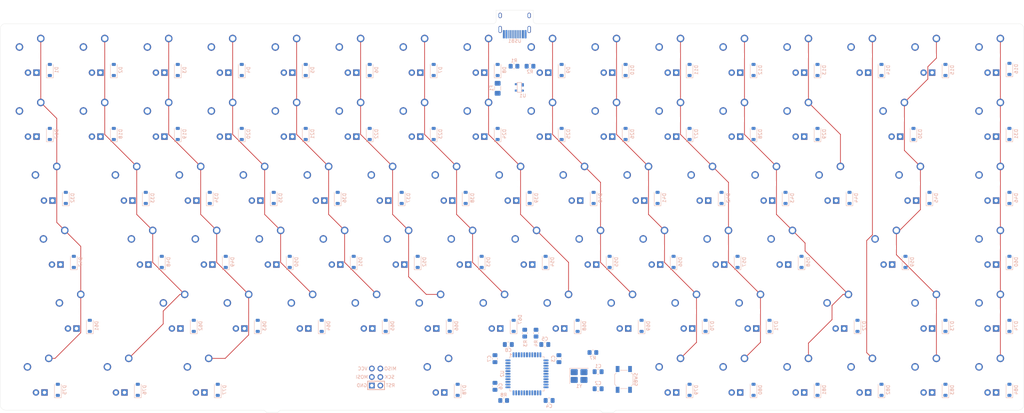
<source format=kicad_pcb>
(kicad_pcb (version 20241229) (generator "pcbnew") (generator_version "9.0")
  (layers (0 "F.Cu" signal) (2 "B.Cu" signal) (13 "F.Paste" user) (15 "B.Paste" user) (5 "F.SilkS" user "F.Silkscreen") (7 "B.SilkS" user "B.Silkscreen") (1 "F.Mask" user) (3 "B.Mask" user) (25 "Edge.Cuts" user))
  (net 0 "")
  (net 1 "/XTAL1")
  (net 2 "GND")
  (net 3 "/XTAL2")
  (net 4 "+5V")
  (net 5 "Net-(U2-UCAP)")
  (net 6 "Net-(D1-A)")
  (net 7 "row0")
  (net 8 "Net-(D2-A)")
  (net 9 "Net-(D3-A)")
  (net 10 "Net-(D4-A)")
  (net 11 "Net-(D5-A)")
  (net 12 "Net-(D6-A)")
  (net 13 "Net-(D7-A)")
  (net 14 "Net-(D8-A)")
  (net 15 "Net-(D9-A)")
  (net 16 "Net-(D10-A)")
  (net 17 "Net-(D11-A)")
  (net 18 "Net-(D12-A)")
  (net 19 "Net-(D13-A)")
  (net 20 "Net-(D14-A)")
  (net 21 "Net-(D15-A)")
  (net 22 "Net-(D16-A)")
  (net 23 "Net-(D17-A)")
  (net 24 "row1")
  (net 25 "Net-(D18-A)")
  (net 26 "Net-(D19-A)")
  (net 27 "Net-(D20-A)")
  (net 28 "Net-(D21-A)")
  (net 29 "Net-(D22-A)")
  (net 30 "Net-(D23-A)")
  (net 31 "Net-(D24-A)")
  (net 32 "Net-(D25-A)")
  (net 33 "Net-(D26-A)")
  (net 34 "Net-(D27-A)")
  (net 35 "Net-(D28-A)")
  (net 36 "Net-(D29-A)")
  (net 37 "Net-(D30-A)")
  (net 38 "Net-(D31-A)")
  (net 39 "Net-(D32-A)")
  (net 40 "row2")
  (net 41 "Net-(D33-A)")
  (net 42 "Net-(D34-A)")
  (net 43 "Net-(D35-A)")
  (net 44 "Net-(D36-A)")
  (net 45 "Net-(D37-A)")
  (net 46 "Net-(D38-A)")
  (net 47 "Net-(D39-A)")
  (net 48 "Net-(D40-A)")
  (net 49 "Net-(D41-A)")
  (net 50 "Net-(D42-A)")
  (net 51 "Net-(D43-A)")
  (net 52 "Net-(D44-A)")
  (net 53 "Net-(D45-A)")
  (net 54 "Net-(D46-A)")
  (net 55 "row3")
  (net 56 "Net-(D47-A)")
  (net 57 "Net-(D48-A)")
  (net 58 "Net-(D49-A)")
  (net 59 "Net-(D50-A)")
  (net 60 "Net-(D51-A)")
  (net 61 "Net-(D52-A)")
  (net 62 "Net-(D53-A)")
  (net 63 "Net-(D54-A)")
  (net 64 "Net-(D55-A)")
  (net 65 "Net-(D56-A)")
  (net 66 "Net-(D57-A)")
  (net 67 "Net-(D58-A)")
  (net 68 "Net-(D59-A)")
  (net 69 "Net-(D60-A)")
  (net 70 "row4")
  (net 71 "Net-(D61-A)")
  (net 72 "Net-(D62-A)")
  (net 73 "Net-(D63-A)")
  (net 74 "Net-(D64-A)")
  (net 75 "Net-(D65-A)")
  (net 76 "Net-(D66-A)")
  (net 77 "Net-(D67-A)")
  (net 78 "Net-(D68-A)")
  (net 79 "Net-(D69-A)")
  (net 80 "Net-(D70-A)")
  (net 81 "Net-(D71-A)")
  (net 82 "Net-(D72-A)")
  (net 83 "Net-(D73-A)")
  (net 84 "Net-(D74-A)")
  (net 85 "Net-(D75-A)")
  (net 86 "row5")
  (net 87 "Net-(D76-A)")
  (net 88 "Net-(D77-A)")
  (net 89 "Net-(D78-A)")
  (net 90 "Net-(D79-A)")
  (net 91 "Net-(D80-A)")
  (net 92 "Net-(D81-A)")
  (net 93 "Net-(D82-A)")
  (net 94 "Net-(D83-A)")
  (net 95 "Net-(D84-A)")
  (net 96 "VCC")
  (net 97 "/MISO")
  (net 98 "/MOSI")
  (net 99 "/SCK")
  (net 100 "/RESET")
  (net 101 "Net-(USB1-CC2)")
  (net 102 "Net-(USB1-CC1)")
  (net 103 "Net-(U2-D-)")
  (net 104 "/D-")
  (net 105 "/D+")
  (net 106 "Net-(U2-D+)")
  (net 107 "Net-(U2-~{HWB}{slash}PE2)")
  (net 108 "col0")
  (net 109 "col1")
  (net 110 "col2")
  (net 111 "col3")
  (net 112 "col4")
  (net 113 "col5")
  (net 114 "col6")
  (net 115 "col7")
  (net 116 "col8")
  (net 117 "col9")
  (net 118 "col10")
  (net 119 "col11")
  (net 120 "col12")
  (net 121 "col13")
  (net 122 "col14")
  (net 123 "col15")
  (footprint "MX_Only:MXOnly-1.25U" (layer "F.Cu") (at 130.81 200.18375)
    (property "Reference" "SW76")
    (property "Value" "win")
  )
  (footprint "MX_Only:MXOnly-1U" (layer "F.Cu") (at 276.06625 104.93375)
    (property "Reference" "SW10")
    (property "Value" "f9")
  )
  (footprint "MX_Only:MXOnly-1U" (layer "F.Cu") (at 204.62875 181.13375)
    (property "Reference" "SW65")
    (property "Value" "v")
  )
  (footprint "MX_Only:MXOnly-1U" (layer "F.Cu") (at 352.26625 200.18375)
    (property "Reference" "SW82")
    (property "Value" "left arrow")
  )
  (footprint "MX_Only:MXOnly-1U" (layer "F.Cu") (at 171.29125 143.03375)
    (property "Reference" "SW35")
    (property "Value" "e")
  )
  (footprint "MX_Only:MXOnly-1.25U" (layer "F.Cu") (at 154.6225 200.18375)
    (property "Reference" "SW77")
    (property "Value" "alt")
  )
  (footprint "MX_Only:MXOnly-1U" (layer "F.Cu") (at 199.86625 104.93375)
    (property "Reference" "SW6")
    (property "Value" "f5")
  )
  (footprint "MX_Only:MXOnly-1U" (layer "F.Cu") (at 237.96625 123.98375)
    (property "Reference" "SW24")
    (property "Value" "7")
  )
  (footprint "MX_Only:MXOnly-1.5U" (layer "F.Cu") (at 109.37875 143.03375)
    (property "Reference" "SW32")
    (property "Value" "tab")
  )
  (footprint "MX_Only:MXOnly-1U" (layer "F.Cu") (at 185.57875 181.13375)
    (property "Reference" "SW64")
    (property "Value" "c")
  )
  (footprint "MX_Only:MXOnly-1U" (layer "F.Cu") (at 371.31625 181.13375)
    (property "Reference" "SW73")
    (property "Value" "up arrow")
  )
  (footprint "MX_Only:MXOnly-1U" (layer "F.Cu") (at 390.36625 200.18375)
    (property "Reference" "SW84")
    (property "Value" "right arrow")
  )
  (footprint "MX_Only:MXOnly-2U" (layer "F.Cu") (at 361.79125 123.98375)
    (property "Reference" "SW30")
    (property "Value" "backspace")
  )
  (footprint "MX_Only:MXOnly-2.25U" (layer "F.Cu") (at 116.5225 181.13375)
    (property "Reference" "SW61")
    (property "Value" "shift")
  )
  (footprint "MX_Only:MXOnly-1U" (layer "F.Cu") (at 166.52875 181.13375)
    (property "Reference" "SW63")
    (property "Value" "x")
  )
  (footprint "MX_Only:MXOnly-1U" (layer "F.Cu") (at 314.16625 104.93375)
    (property "Reference" "SW12")
    (property "Value" "f11")
  )
  (footprint "MX_Only:MXOnly-1U" (layer "F.Cu") (at 290.35375 162.08375)
    (property "Reference" "SW56")
    (property "Value" "l")
  )
  (footprint "MX_Only:MXOnly-1U" (layer "F.Cu") (at 104.61625 104.93375)
    (property "Reference" "SW1")
    (property "Value" "esc")
  )
  (footprint "MX_Only:MXOnly-1U" (layer "F.Cu") (at 295.11625 200.18375)
    (property "Reference" "SW79")
    (property "Value" "alt")
  )
  (footprint "MX_Only:MXOnly-1U" (layer "F.Cu") (at 333.21625 200.18375)
    (property "Reference" "SW81")
    (property "Value" "ctrl")
  )
  (footprint "MX_Only:MXOnly-1U" (layer "F.Cu") (at 261.77875 181.13375)
    (property "Reference" "SW68")
    (property "Value" "m")
  )
  (footprint "MX_Only:MXOnly-1U" (layer "F.Cu") (at 214.15375 162.08375)
    (property "Reference" "SW52")
    (property "Value" "g")
  )
  (footprint "MX_Only:MXOnly-1U" (layer "F.Cu") (at 180.81625 123.98375)
    (property "Reference" "SW21")
    (property "Value" "4")
  )
  (footprint "MX_Only:MXOnly-1.25U" (layer "F.Cu") (at 106.9975 200.18375)
    (property "Reference" "SW75")
    (property "Value" "ctrl")
  )
  (footprint "MX_Only:MXOnly-1U" (layer "F.Cu") (at 176.05375 162.08375)
    (property "Reference" "SW50")
    (property "Value" "d")
  )
  (footprint "MX_Only:MXOnly-1U" (layer "F.Cu") (at 190.34125 143.03375)
    (property "Reference" "SW36")
    (property "Value" "r")
  )
  (footprint "MX_Only:MXOnly-1U" (layer "F.Cu") (at 137.95375 162.08375)
    (property "Reference" "SW48")
    (property "Value" "a")
  )
  (footprint "MX_Only:MXOnly-1.75U" (layer "F.Cu") (at 345.1225 181.13375)
    (property "Reference" "SW72")
    (property "Value" "shift")
  )
  (footprint "MX_Only:MXOnly-1U" (layer "F.Cu") (at 195.10375 162.08375)
    (property "Reference" "SW51")
    (property "Value" "f")
  )
  (footprint "MX_Only:MXOnly-1U" (layer "F.Cu") (at 218.91625 104.93375)
    (property "Reference" "SW7")
    (property "Value" "f6")
  )
  (footprint "MX_Only:MXOnly-1U" (layer "F.Cu") (at 257.01625 123.98375)
    (property "Reference" "SW25")
    (property "Value" "8")
  )
  (footprint "MX_Only:MXOnly-1U" (layer "F.Cu") (at 342.74125 143.03375)
    (property "Reference" "SW44")
    (property "Value" "]")
  )
  (footprint "MX_Only:MXOnly-1U" (layer "F.Cu") (at 390.36625 104.93375)
    (property "Reference" "SW16")
    (property "Value" "delete/insert")
  )
  (footprint "MX_Only:MXOnly-1U" (layer "F.Cu") (at 390.36625 143.03375)
    (property "Reference" "SW46")
    (property "Value" "page up")
  )
  (footprint "MX_Only:MXOnly-1U" (layer "F.Cu") (at 157.00375 162.08375)
    (property "Reference" "SW49")
    (property "Value" "s")
  )
  (footprint "MX_Only:MXOnly-1U" (layer "F.Cu") (at 309.40375 162.08375)
    (property "Reference" "SW57")
    (property "Value" ";")
  )
  (footprint "MX_Only:MXOnly-1U" (layer "F.Cu") (at 142.71625 104.93375)
    (property "Reference" "SW3")
    (property "Value" "f2")
  )
  (footprint "MX_Only:MXOnly-1U" (layer "F.Cu") (at 123.66625 104.93375)
    (property "Reference" "SW2")
    (property "Value" "f1")
  )
  (footprint "MX_Only:MXOnly-1U" (layer "F.Cu") (at 390.36625 181.13375)
    (property "Reference" "SW74")
    (property "Value" "end")
  )
  (footprint "MX_Only:MXOnly-1U" (layer "F.Cu") (at 276.06625 123.98375)
    (property "Reference" "SW26")
    (property "Value" "9")
  )
  (footprint "MX_Only:MXOnly-1.5U" (layer "F.Cu") (at 366.55375 143.03375)
    (property "Reference" "SW45")
    (property "Value" "\\")
  )
  (footprint "MX_Only:MXOnly-1U" (layer "F.Cu") (at 233.20375 162.08375)
    (property "Reference" "SW53")
    (property "Value" "h")
  )
  (footprint "MX_Only:MXOnly-1U" (layer "F.Cu") (at 299.87875 181.13375)
    (property "Reference" "SW70")
    (property "Value" ".")
  )
  (footprint "MX_Only:MXOnly-1U" (layer "F.Cu") (at 228.44125 143.03375)
    (property "Reference" "SW38")
    (property "Value" "y")
  )
  (footprint "MX_Only:MXOnly-1U" (layer "F.Cu") (at 314.16625 123.98375)
    (property "Reference" "SW28")
    (property "Value" "-")
  )
  (footprint "MX_Only:MXOnly-1U" (layer "F.Cu") (at 147.47875 181.13375)
    (property "Reference" "SW62")
    (property "Value" "z")
  )
  (footprint "MX_Only:MXOnly-1U" (layer "F.Cu") (at 266.54125 143.03375)
    (property "Reference" "SW40")
    (property "Value" "i")
  )
  (footprint "MX_Only:MXOnly-1U" (layer "F.Cu") (at 285.59125 143.03375)
    (property "Reference" "SW41")
    (property "Value" "o")
  )
  (footprint "MX_Only:MXOnly-1U" (layer "F.Cu") (at 252.25375 162.08375)
    (property "Reference" "SW54")
    (property "Value" "j")
  )
  (footprint "MX_Only:MXOnly-1U" (layer "F.Cu") (at 180.81625 104.93375)
    (property "Reference" "SW5")
    (property "Value" "f4")
  )
  (footprint "MX_Only:MXOnly-2.25U" (layer "F.Cu") (at 359.41 162.08375)
    (property "Reference" "SW59")
    (property "Value" "enter")
  )
  (footprint "MX_Only:MXOnly-1U" (layer "F.Cu") (at 218.91625 123.98375)
    (property "Reference" "SW23")
    (property "Value" "6")
  )
  (footprint "MX_Only:MXOnly-6.25U" (layer "F.Cu") (at 226.06 200.18375)
    (property "Reference" "SW78")
    (property "Value" "space")
  )
  (footprint "MX_Only:MXOnly-1U" (layer "F.Cu") (at 323.69125 143.03375)
    (property "Reference" "SW43")
    (property "Value" "[")
  )
  (footprint "MX_Only:MXOnly-1U" (layer "F.Cu") (at 271.30375 162.08375)
    (property "Reference" "SW55")
    (property "Value" "k")
  )
  (footprint "MX_Only:MXOnly-1U" (layer "F.Cu") (at 199.86625 123.98375)
    (property "Reference" "SW22")
    (property "Value" "5")
  )
  (footprint "MX_Only:MXOnly-1U" (layer "F.Cu") (at 333.21625 104.93375)
    (property "Reference" "SW13")
    (property "Value" "f12")
  )
  (footprint "MX_Only:MXOnly-1U" (layer "F.Cu") (at 390.36625 123.98375)
    (property "Reference" "SW31")
    (property "Value" "home")
  )
  (footprint "MX_Only:MXOnly-1U" (layer "F.Cu") (at 223.67875 181.13375)
    (property "Reference" "SW66")
    (property "Value" "b")
  )
  (footprint "MX_Only:MXOnly-1U" (layer "F.Cu") (at 304.64125 143.03375)
    (property "Reference" "SW42")
    (property "Value" "p")
  )
  (footprint "MX_Only:MXOnly-1U" (layer "F.Cu") (at 133.19125 143.03375)
    (property "Reference" "SW33")
    (property "Value" "q")
  )
  (footprint "MX_Only:MXOnly-1U" (layer "F.Cu") (at 242.72875 181.13375)
    (property "Reference" "SW67")
    (property "Value" "n")
  )
  (footprint "MX_Only:MXOnly-1U" (layer "F.Cu") (at 371.31625 200.18375)
    (property "Reference" "SW83")
    (property "Value" "down arrow")
  )
  (footprint "MX_Only:MXOnly-1U" (layer "F.Cu") (at 314.16625 200.18375)
    (property "Reference" "SW80")
    (property "Value" "fn")
  )
  (footprint "MX_Only:MXOnly-1U" (layer "F.Cu") (at 390.36625 162.08375)
    (property "Reference" "SW60")
    (property "Value" "page down")
  )
  (footprint "MX_Only:MXOnly-1U" (layer "F.Cu") (at 257.01625 104.93375)
    (property "Reference" "SW9")
    (property "Value" "f8")
  )
  (footprint "MX_Only:MXOnly-1.75U" (layer "F.Cu") (at 111.76 162.08375)
    (property "Reference" "SW47")
    (property "Value" "caps lock")
  )
  (footprint "MX_Only:MXOnly-1U" (layer "F.Cu") (at 333.21625 123.98375)
    (property "Reference" "SW29")
    (property "Value" "=")
  )
  (footprint "MX_Only:MXOnly-1U" (layer "F.Cu") (at 352.26625 104.93375)
    (property "Reference" "SW14")
    (property "Value" "prtsc/nmlk")
  )
  (footprint "MX_Only:MXOnly-1U" (layer "F.Cu") (at 142.71625 123.98375)
    (property "Reference" "SW19")
    (property "Value" "2")
  )
  (footprint "MX_Only:MXOnly-1U" (layer "F.Cu") (at 152.24125 143.03375)
    (property "Reference" "SW34")
    (property "Value" "w")
  )
  (footprint "MX_Only:MXOnly-1U" (layer "F.Cu") (at 161.76625 104.93375)
    (property "Reference" "SW4")
    (property "Value" "f3")
  )
  (footprint "MX_Only:MXOnly-1U" (layer "F.Cu") (at 371.31625 104.93375)
    (property "Reference" "SW15")
    (property "Value" "pause/scrlk")
  )
  (footprint "MX_Only:MXOnly-1U" (layer "F.Cu") (at 247.49125 143.03375)
    (property "Reference" "SW39")
    (property "Value" "u")
  )
  (footprint "MX_Only:MXOnly-1U" (layer "F.Cu") (at 295.11625 123.98375)
    (property "Reference" "SW27")
    (property "Value" "0")
  )
  (footprint "MX_Only:MXOnly-1U" (layer "F.Cu") (at 237.96625 104.93375)
    (property "Reference" "SW8")
    (property "Value" "f7")
  )
  (footprint "MX_Only:MXOnly-1U" (layer "F.Cu") (at 209.39125 143.03375)
    (property "Reference" "SW37")
    (property "Value" "t")
  )
  (footprint "MX_Only:MXOnly-1U" (layer "F.Cu") (at 280.82875 181.13375)
    (property "Reference" "SW69")
    (property "Value" ",")
  )
  (footprint "MX_Only:MXOnly-1U" (layer "F.Cu") (at 123.66625 123.98375)
    (property "Reference" "SW18")
    (property "Value" "1")
  )
  (footprint "MX_Only:MXOnly-1U" (layer "F.Cu") (at 328.45375 162.08375)
    (property "Reference" "SW58")
    (property "Value" "'")
  )
  (footprint "MX_Only:MXOnly-1U" (layer "F.Cu") (at 104.61625 123.98375)
    (property "Reference" "SW17")
    (property "Value" "~")
  )
  (footprint "MX_Only:MXOnly-1U" (layer "F.Cu") (at 295.11625 104.93375)
    (property "Reference" "SW11")
    (property "Value" "f10")
  )
  (footprint "MX_Only:MXOnly-1U" (layer "F.Cu") (at 318.92875 181.13375)
    (property "Reference" "SW71")
    (property "Value" "/")
  )
  (footprint "MX_Only:MXOnly-1U" (layer "F.Cu") (at 161.76625 123.98375)
    (property "Reference" "SW20")
    (property "Value" "3")
  )
  (footprint "Resistor_SMD:R_0805_2012Metric_Pad1.20x1.40mm_HandSolder" (layer "B.Cu") (at 244.99875 207.645 180)
    (property "Reference" "R8")
    (property "Value" "10k")
  )
  (footprint "Diode_SMD:D_SOD-123" (layer "B.Cu") (at 395.605 108.9025 90)
    (property "Reference" "D16")
    (property "Value" "D_Small")
  )
  (footprint "Diode_SMD:D_SOD-123" (layer "B.Cu") (at 109.855 109.22 90)
    (property "Reference" "D1")
    (property "Value" "D_Small")
  )
  (footprint "Capacitor_SMD:C_0805_2012Metric_Pad1.18x1.45mm_HandSolder" (layer "B.Cu") (at 258.53 207.645)
    (property "Reference" "C4")
    (property "Value" "0.1u")
  )
  (footprint "Diode_SMD:D_SOD-123" (layer "B.Cu") (at 376.555 204.47 90)
    (property "Reference" "D83")
    (property "Value" "D_Small")
  )
  (footprint "Diode_SMD:D_SOD-123" (layer "B.Cu") (at 257.4925 166.37 90)
    (property "Reference" "D54")
    (property "Value" "D_Small")
  )
  (footprint "Diode_SMD:D_SOD-123" (layer "B.Cu") (at 286.0675 185.42 90)
    (property "Reference" "D69")
    (property "Value" "D_Small")
  )
  (footprint "Diode_SMD:D_SOD-123" (layer "B.Cu") (at 214.63 147.32 90)
    (property "Reference" "D37")
    (property "Value" "D_Small")
  )
  (footprint "Diode_SMD:D_SOD-123" (layer "B.Cu") (at 171.7675 185.42 90)
    (property "Reference" "D63")
    (property "Value" "D_Small")
  )
  (footprint "Diode_SMD:D_SOD-123" (layer "B.Cu") (at 157.48 147.32 90)
    (property "Reference" "D34")
    (property "Value" "D_Small")
  )
  (footprint "Diode_SMD:D_SOD-123" (layer "B.Cu") (at 205.105 109.22 90)
    (property "Reference" "D6")
    (property "Value" "D_Small")
  )
  (footprint "Diode_SMD:D_SOD-123" (layer "B.Cu") (at 333.6925 166.37 90)
    (property "Reference" "D58")
    (property "Value" "D_Small")
  )
  (footprint "Diode_SMD:D_SOD-123" (layer "B.Cu") (at 138.43 147.32 90)
    (property "Reference" "D33")
    (property "Value" "D_Small")
  )
  (footprint "Resistor_SMD:R_0805_2012Metric_Pad1.20x1.40mm_HandSolder" (layer "B.Cu") (at 254.635 187.595 -90)
    (property "Reference" "R4")
    (property "Value" "22")
  )
  (footprint "Diode_SMD:D_SOD-123" (layer "B.Cu") (at 300.355 204.47 90)
    (property "Reference" "D79")
    (property "Value" "D_Small")
  )
  (footprint "Diode_SMD:D_SOD-123" (layer "B.Cu") (at 181.2925 166.37 90)
    (property "Reference" "D50")
    (property "Value" "D_Small")
  )
  (footprint "Diode_SMD:D_SOD-123" (layer "B.Cu") (at 112.23625 204.47 90)
    (property "Reference" "D75")
    (property "Value" "D_Small")
  )
  (footprint "Capacitor_SMD:C_0805_2012Metric_Pad1.18x1.45mm_HandSolder" (layer "B.Cu") (at 242.41125 195.18875 -90)
    (property "Reference" "C7")
    (property "Value" "0.1u")
  )
  (footprint "Diode_SMD:D_SOD-123" (layer "B.Cu") (at 247.9675 185.42 90)
    (property "Reference" "D67")
    (property "Value" "D_Small")
  )
  (footprint "Diode_SMD:D_SOD-123" (layer "B.Cu") (at 376.555 109.22 90)
    (property "Reference" "D15")
    (property "Value" "D_Small")
  )
  (footprint "Diode_SMD:D_SOD-123" (layer "B.Cu") (at 176.53 147.32 90)
    (property "Reference" "D35")
    (property "Value" "D_Small")
  )
  (footprint "Diode_SMD:D_SOD-123" (layer "B.Cu") (at 338.455 128.27 90)
    (property "Reference" "D29")
    (property "Value" "D_Small")
  )
  (footprint "Diode_SMD:D_SOD-123" (layer "B.Cu") (at 395.605 204.47 90)
    (property "Reference" "D84")
    (property "Value" "D_Small")
  )
  (footprint "Diode_SMD:D_SOD-123" (layer "B.Cu") (at 395.605 128.27 90)
    (property "Reference" "D31")
    (property "Value" "D_Small")
  )
  (footprint "Diode_SMD:D_SOD-123" (layer "B.Cu") (at 190.8175 185.42 90)
    (property "Reference" "D64")
    (property "Value" "D_Small")
  )
  (footprint "Diode_SMD:D_SOD-123" (layer "B.Cu") (at 271.78 147.32 90)
    (property "Reference" "D40")
    (property "Value" "D_Small")
  )
  (footprint "Diode_SMD:D_SOD-123" (layer "B.Cu") (at 314.6425 166.37 90)
    (property "Reference" "D57")
    (property "Value" "D_Small")
  )
  (footprint "Diode_SMD:D_SOD-123" (layer "B.Cu") (at 300.355 109.22 90)
    (property "Reference" "D11")
    (property "Value" "D_Small")
  )
  (footprint "Diode_SMD:D_SOD-123" (layer "B.Cu") (at 186.055 109.22 90)
    (property "Reference" "D5")
    (property "Value" "D_Small")
  )
  (footprint "Diode_SMD:D_SOD-123" (layer "B.Cu") (at 121.76125 185.42 90)
    (property "Reference" "D61")
    (property "Value" "D_Small")
  )
  (footprint "Diode_SMD:D_SOD-123" (layer "B.Cu") (at 309.88 147.32 90)
    (property "Reference" "D42")
    (property "Value" "D_Small")
  )
  (footprint "Diode_SMD:D_SOD-123" (layer "B.Cu") (at 186.055 128.27 90)
    (property "Reference" "D21")
    (property "Value" "D_Small")
  )
  (footprint "Diode_SMD:D_SOD-123" (layer "B.Cu") (at 319.405 128.27 90)
    (property "Reference" "D28")
    (property "Value" "D_Small")
  )
  (footprint "Diode_SMD:D_SOD-123" (layer "B.Cu") (at 205.105 128.27 90)
    (property "Reference" "D22")
    (property "Value" "D_Small")
  )
  (footprint "Diode_SMD:D_SOD-123" (layer "B.Cu") (at 357.505 204.47 90)
    (property "Reference" "D82")
    (property "Value" "D_Small")
  )
  (footprint "Diode_SMD:D_SOD-123" (layer "B.Cu") (at 371.7925 147.32 90)
    (property "Reference" "D45")
    (property "Value" "D_Small")
  )
  (footprint "Diode_SMD:D_SOD-123" (layer "B.Cu") (at 231.29875 204.47 90)
    (property "Reference" "D78")
    (property "Value" "D_Small")
  )
  (footprint "Diode_SMD:D_SOD-123" (layer "B.Cu") (at 347.98 147.32 90)
    (property "Reference" "D44")
    (property "Value" "D_Small")
  )
  (footprint "Diode_SMD:D_SOD-123" (layer "B.Cu") (at 338.455 204.47 90)
    (property "Reference" "D81")
    (property "Value" "D_Small")
  )
  (footprint "Diode_SMD:D_SOD-123" (layer "B.Cu") (at 364.64875 166.37 90)
    (property "Reference" "D59")
    (property "Value" "D_Small")
  )
  (footprint "Diode_SMD:D_SOD-123" (layer "B.Cu") (at 114.6175 147.32 90)
    (property "Reference" "D32")
    (property "Value" "D_Small")
  )
  (footprint "Capacitor_SMD:C_0805_2012Metric_Pad1.18x1.45mm_HandSolder" (layer "B.Cu") (at 273.12375 204.1525 180)
    (property "Reference" "C2")
    (property "Value" "22p")
  )
  (footprint "Diode_SMD:D_SOD-123" (layer "B.Cu") (at 209.8675 185.42 90)
    (property "Reference" "D65")
    (property "Value" "D_Small")
  )
  (footprint "Diode_SMD:D_SOD-123" (layer "B.Cu") (at 224.155 109.22 90)
    (property "Reference" "D7")
    (property "Value" "D_Small")
  )
  (footprint "Capacitor_SMD:C_0805_2012Metric_Pad1.18x1.45mm_HandSolder" (layer "B.Cu") (at 246.38 190.97625)
    (property "Reference" "C8")
    (property "Value" "10u")
  )
  (footprint "Diode_SMD:D_SOD-123" (layer "B.Cu") (at 147.955 109.22 90)
    (property "Reference" "D3")
    (property "Value" "D_Small")
  )
  (footprint "Diode_SMD:D_SOD-123" (layer "B.Cu") (at 305.1175 185.42 90)
    (property "Reference" "D70")
    (property "Value" "D_Small")
  )
  (footprint "Capacitor_SMD:C_0805_2012Metric_Pad1.18x1.45mm_HandSolder" (layer "B.Cu") (at 273.12375 199.07875 180)
    (property "Reference" "C1")
    (property "Value" "22p")
  )
  (footprint "Capacitor_SMD:C_0805_2012Metric_Pad1.18x1.45mm_HandSolder" (layer "B.Cu") (at 242.41125 203.4325 90)
    (property "Reference" "C6")
    (property "Value" "0.1u")
  )
  (footprint "Resistor_SMD:R_0805_2012Metric_Pad1.20x1.40mm_HandSolder" (layer "B.Cu") (at 271.57375 193.3575)
    (property "Reference" "R7")
    (property "Value" "10k")
  )
  (footprint "Diode_SMD:D_SOD-123" (layer "B.Cu") (at 319.405 109.22 90)
    (property "Reference" "D12")
    (property "Value" "D_Small")
  )
  (footprint "Diode_SMD:D_SOD-123" (layer "B.Cu") (at 159.86125 204.47 90)
    (property "Reference" "D77")
    (property "Value" "D_Small")
  )
  (footprint "random-keyboard-parts:Reset_Pretty-Mask" (layer "B.Cu") (at 207.01 200.66 180)
    (property "Reference" "J1")
    (property "Value" "AVR-ISP-6")
  )
  (footprint "Diode_SMD:D_SOD-123" (layer "B.Cu") (at 147.955 128.27 90)
    (property "Reference" "D19")
    (property "Value" "D_Small")
  )
  (footprint "Diode_SMD:D_SOD-123" (layer "B.Cu") (at 128.905 109.22 90)
    (property "Reference" "D2")
    (property "Value" "D_Small")
  )
  (footprint "Diode_SMD:D_SOD-123" (layer "B.Cu") (at 233.68 147.32 90)
    (property "Reference" "D38")
    (property "Value" "D_Small")
  )
  (footprint "Diode_SMD:D_SOD-123" (layer "B.Cu") (at 328.93 147.32 90)
    (property "Reference" "D43")
    (property "Value" "D_Small")
  )
  (footprint "Capacitor_SMD:C_0805_2012Metric_Pad1.18x1.45mm_HandSolder" (layer "B.Cu") (at 261.46125 195.18875 -90)
    (property "Reference" "C3")
    (property "Value" "0.1u")
  )
  (footprint "Diode_SMD:D_SOD-123" (layer "B.Cu") (at 228.9175 185.42 90)
    (property "Reference" "D66")
    (property "Value" "D_Small")
  )
  (footprint "Package_QFP:TQFP-44_10x10mm_P0.8mm" (layer "B.Cu") (at 251.93625 199.7075 -90)
    (property "Reference" "U2")
    (property "Value" "ATmega32U4-A")
  )
  (footprint "Type-C:HRO-TYPE-C-31-M-12-HandSoldering" (layer "B.Cu") (at 248.285 90.38875)
    (property "Reference" "USB1")
    (property "Value" "HRO-TYPE-C-31-M-12")
  )
  (footprint "Fuse:Fuse_1206_3216Metric_Pad1.42x1.75mm_HandSolder" (layer "B.Cu") (at 243.205 114.67625 -90)
    (property "Reference" "F1")
    (property "Value" "500m")
  )
  (footprint "Diode_SMD:D_SOD-123" (layer "B.Cu") (at 136.04875 204.47 90)
    (property "Reference" "D76")
    (property "Value" "D_Small")
  )
  (footprint "Diode_SMD:D_SOD-123" (layer "B.Cu") (at 219.3925 166.37 90)
    (property "Reference" "D52")
    (property "Value" "D_Small")
  )
  (footprint "Diode_SMD:D_SOD-123" (layer "B.Cu") (at 295.5925 166.37 90)
    (property "Reference" "D56")
    (property "Value" "D_Small")
  )
  (footprint "Diode_SMD:D_SOD-123" (layer "B.Cu") (at 262.255 109.22 90)
    (property "Reference" "D9")
    (property "Value" "D_Small")
  )
  (footprint "Diode_SMD:D_SOD-123" (layer "B.Cu") (at 262.255 128.27 90)
    (property "Reference" "D25")
    (property "Value" "D_Small")
  )
  (footprint "Diode_SMD:D_SOD-123" (layer "B.Cu") (at 128.905 128.27 90)
    (property "Reference" "D18")
    (property "Value" "D_Small")
  )
  (footprint "Diode_SMD:D_SOD-123" (layer "B.Cu") (at 357.505 109.22 90)
    (property "Reference" "D14")
    (property "Value" "D_Small")
  )
  (footprint "Diode_SMD:D_SOD-123" (layer "B.Cu") (at 319.405 204.47 90)
    (property "Reference" "D80")
    (property "Value" "D_Small")
  )
  (footprint "Diode_SMD:D_SOD-123" (layer "B.Cu") (at 152.7175 185.42 90)
    (property "Reference" "D62")
    (property "Value" "D_Small")
  )
  (footprint "random-keyboard-parts:SOT143B" (layer "B.Cu") (at 249.66625 114.415 180)
    (property "Reference" "U1")
    (property "Value" "PRTR5V0U2X")
  )
  (footprint "Diode_SMD:D_SOD-123" (layer "B.Cu") (at 195.58 147.32 90)
    (property "Reference" "D36")
    (property "Value" "D_Small")
  )
  (footprint "Diode_SMD:D_SOD-123" (layer "B.Cu") (at 290.83 147.32 90)
    (property "Reference" "D41")
    (property "Value" "D_Small")
  )
  (footprint "Diode_SMD:D_SOD-123" (layer "B.Cu") (at 338.455 109.22 90)
    (property "Reference" "D13")
    (property "Value" "D_Small")
  )
  (footprint "Resistor_SMD:R_0805_2012Metric_Pad1.20x1.40mm_HandSolder" (layer "B.Cu") (at 248.07875 108.10875 180)
    (property "Reference" "R1")
    (property "Value" "5.1k")
  )
  (footprint "Diode_SMD:D_SOD-123" (layer "B.Cu") (at 367.03 128.27 90)
    (property "Reference" "D30")
    (property "Value" "D_Small")
  )
  (footprint "Diode_SMD:D_SOD-123" (layer "B.Cu") (at 224.155 128.27 90)
    (property "Reference" "D23")
    (property "Value" "D_Small")
  )
  (footprint "Diode_SMD:D_SOD-123" (layer "B.Cu") (at 300.355 128.27 90)
    (property "Reference" "D27")
    (property "Value" "D_Small")
  )
  (footprint "Diode_SMD:D_SOD-123" (layer "B.Cu") (at 252.73 147.32 90)
    (property "Reference" "D39")
    (property "Value" "D_Small")
  )
  (footprint "Diode_SMD:D_SOD-123" (layer "B.Cu") (at 238.4425 166.37 90)
    (property "Reference" "D53")
    (property "Value" "D_Small")
  )
  (footprint "Capacitor_SMD:C_0805_2012Metric_Pad1.18x1.45mm_HandSolder" (layer "B.Cu") (at 257.24875 190.97625 180)
    (property "Reference" "C5")
    (property "Value" "1u")
  )
  (footprint "Diode_SMD:D_SOD-123" (layer "B.Cu") (at 281.305 128.27 90)
    (property "Reference" "D26")
    (property "Value" "D_Small")
  )
  (footprint "Diode_SMD:D_SOD-123" (layer "B.Cu") (at 143.1925 166.37 90)
    (property "Reference" "D48")
    (property "Value" "D_Small")
  )
  (footprint "Diode_SMD:D_SOD-123" (layer "B.Cu") (at 167.005 109.22 90)
    (property "Reference" "D4")
    (property "Value" "D_Small")
  )
  (footprint "Diode_SMD:D_SOD-123" (layer "B.Cu") (at 267.0175 185.42 90)
    (property "Reference" "D68")
    (property "Value" "D_Small")
  )
  (footprint "Diode_SMD:D_SOD-123" (layer "B.Cu") (at 395.605 185.42 90)
    (property "Reference" "D74")
    (property "Value" "D_Small")
  )
  (footprint "Diode_SMD:D_SOD-123" (layer "B.Cu") (at 395.605 147.32 90)
    (property "Reference" "D46")
    (property "Value" "D_Small")
  )
  (footprint "Diode_SMD:D_SOD-123" (layer "B.Cu") (at 162.2425 166.37 90)
    (property "Reference" "D49")
    (property "Value" "D_Small")
  )
  (footprint "Diode_SMD:D_SOD-123" (layer "B.Cu") (at 324.1675 185.42 90)
    (property "Reference" "D71")
    (property "Value" "D_Small")
  )
  (footprint "Resistor_SMD:R_0805_2012Metric_Pad1.20x1.40mm_HandSolder" (layer "B.Cu") (at 252.84125 108.10875)
    (property "Reference" "R2")
    (property "Value" "5.1k")
  )
  (footprint "Crystal:Crystal_SMD_3225-4Pin_3.2x2.5mm_HandSoldering" (layer "B.Cu") (at 267.455 200.36375)
    (property "Reference" "Y1")
    (property "Value" "Crystal_GND24_Small")
  )
  (footprint "Diode_SMD:D_SOD-123" (layer "B.Cu") (at 350.36125 185.42 90)
    (property "Reference" "D72")
    (property "Value" "D_Small")
  )
  (footprint "Diode_SMD:D_SOD-123" (layer "B.Cu") (at 276.5425 166.37 90)
    (property "Reference" "D55")
    (property "Value" "D_Small")
  )
  (footprint "Diode_SMD:D_SOD-123" (layer "B.Cu") (at 243.205 109.22 90)
    (property "Reference" "D8")
    (property "Value" "D_Small")
  )
  (footprint "Diode_SMD:D_SOD-123" (layer "B.Cu") (at 395.605 166.37 90)
    (property "Reference" "D60")
    (property "Value" "D_Small")
  )
  (footprint "Button_Switch_SMD:SW_SPST_SKQG_WithStem" (layer "B.Cu") (at 280.77375 201.37 90)
    (property "Reference" "SW85")
    (property "Value" "SW_Push")
  )
  (footprint "Diode_SMD:D_SOD-123" (layer "B.Cu") (at 116.99875 166.37 90)
    (property "Reference" "D47")
    (property "Value" "D_Small")
  )
  (footprint "Resistor_SMD:R_0805_2012Metric_Pad1.20x1.40mm_HandSolder" (layer "B.Cu") (at 251.2725 187.595 -90)
    (property "Reference" "R3")
    (property "Value" "22")
  )
  (footprint "Diode_SMD:D_SOD-123" (layer "B.Cu") (at 167.005 128.27 90)
    (property "Reference" "D20")
    (property "Value" "D_Small")
  )
  (footprint "Diode_SMD:D_SOD-123" (layer "B.Cu") (at 376.555 185.42 90)
    (property "Reference" "D73")
    (property "Value" "D_Small")
  )
  (footprint "Diode_SMD:D_SOD-123" (layer "B.Cu") (at 109.855 128.27 90)
    (property "Reference" "D17")
    (property "Value" "D_Small")
  )
  (footprint "Diode_SMD:D_SOD-123" (layer "B.Cu") (at 243.205 128.27 90)
    (property "Reference" "D24")
    (property "Value" "D_Small")
  )
  (footprint "Diode_SMD:D_SOD-123" (layer "B.Cu") (at 200.3425 166.37 90)
    (property "Reference" "D51")
    (property "Value" "D_Small")
  )
  (footprint "Diode_SMD:D_SOD-123" (layer "B.Cu") (at 281.305 109.22 90)
    (property "Reference" "D10")
    (property "Value" "D_Small")
  )
  (gr_arc (start 95.09125 96.99625) (mid 95.556218 95.873718) (end 96.67875 95.40875) (stroke (width 0.05)) (layer "Edge.Cuts"))
  (gr_arc (start 242.72875 94.615) (mid 242.496266 95.176266) (end 241.935 95.40875) (stroke (width 0.05)) (layer "Edge.Cuts"))
  (gr_line (start 242.72875 91.44) (end 253.84125 91.44) (stroke (width 0.05)) (layer "Edge.Cuts"))
  (gr_line (start 95.0913 208.915) (end 95.091251 208.12125) (stroke (width 0.05)) (layer "Edge.Cuts"))
  (gr_line (start 242.72875 94.615) (end 242.72875 91.44) (stroke (width 0.05)) (layer "Edge.Cuts"))
  (gr_line (start 274.47875 211.29625) (end 273.685 210.5025) (stroke (width 0.05)) (layer "Edge.Cuts"))
  (gr_line (start 274.47875 211.29625) (end 277.65375 211.29625) (stroke (width 0.05)) (layer "Edge.Cuts"))
  (gr_line (start 174.46625 211.29625) (end 173.6725 210.5025) (stroke (width 0.05)) (layer "Edge.Cuts"))
  (gr_line (start 96.67875 95.408751) (end 241.935 95.40875) (stroke (width 0.05)) (layer "Edge.Cuts"))
  (gr_arc (start 399.89125 208.915) (mid 399.426282 210.037532) (end 398.30375 210.5025) (stroke (width 0.05)) (layer "Edge.Cuts"))
  (gr_arc (start 398.30375 95.40875) (mid 399.426282 95.873718) (end 399.89125 96.99625) (stroke (width 0.05)) (layer "Edge.Cuts"))
  (gr_line (start 254.635 95.40875) (end 398.30375 95.408751) (stroke (width 0.05)) (layer "Edge.Cuts"))
  (gr_line (start 273.685 210.5025) (end 178.435 210.5025) (stroke (width 0.05)) (layer "Edge.Cuts"))
  (gr_arc (start 96.67875 210.5025) (mid 95.556218 210.037532) (end 95.09125 208.915) (stroke (width 0.05)) (layer "Edge.Cuts"))
  (gr_line (start 253.84125 91.44) (end 253.84125 94.615) (stroke (width 0.05)) (layer "Edge.Cuts"))
  (gr_line (start 177.64125 211.29625) (end 178.435 210.5025) (stroke (width 0.05)) (layer "Edge.Cuts"))
  (gr_line (start 174.46625 211.29625) (end 177.64125 211.29625) (stroke (width 0.05)) (layer "Edge.Cuts"))
  (gr_line (start 95.091251 208.12125) (end 95.09125 96.99625) (stroke (width 0.05)) (layer "Edge.Cuts"))
  (gr_line (start 399.89125 96.99625) (end 399.89125 208.915) (stroke (width 0.05)) (layer "Edge.Cuts"))
  (gr_arc (start 254.635 95.40875) (mid 254.073734 95.176266) (end 253.84125 94.615) (stroke (width 0.05)) (layer "Edge.Cuts"))
  (gr_line (start 277.65375 211.29625) (end 278.4475 210.5025) (stroke (width 0.05)) (layer "Edge.Cuts"))
  (gr_line (start 278.4475 210.5025) (end 398.30375 210.5025) (stroke (width 0.05)) (layer "Edge.Cuts"))
  (gr_line (start 173.6725 210.5025) (end 96.67875 210.5025) (stroke (width 0.05)) (layer "Edge.Cuts"))
  (segment (start 107.15625 99.85375) (end 107.15625 118.90375) (width 0.2) (layer "F.Cu") (net 108))
  (segment (start 119.0625 161.76625) (end 119.0625 176.05375) (width 0.2) (layer "F.Cu") (net 108))
  (segment (start 107.15625 118.90375) (end 111.91875 123.66625) (width 0.2) (layer "F.Cu") (net 108))
  (segment (start 111.91875 137.95375) (end 111.91875 154.6225) (width 0.2) (layer "F.Cu") (net 108))
  (segment (start 114.3 157.00375) (end 119.0625 161.76625) (width 0.2) (layer "F.Cu") (net 108))
  (segment (start 111.91875 123.66625) (end 111.91875 137.95375) (width 0.2) (layer "F.Cu") (net 108))
  (segment (start 119.0625 176.05375) (end 119.0625 187.45075) (width 0.2) (layer "F.Cu") (net 108))
  (segment (start 119.0625 187.45075) (end 111.4095 195.10375) (width 0.2) (layer "F.Cu") (net 108))
  (segment (start 111.91875 154.6225) (end 114.3 157.00375) (width 0.2) (layer "F.Cu") (net 108))
  (segment (start 111.4095 195.10375) (end 109.5375 195.10375) (width 0.2) (layer "F.Cu") (net 108))
  (segment (start 143.62475 184.829) (end 133.35 195.10375) (width 0.2) (layer "F.Cu") (net 109))
  (segment (start 126.20625 118.90375) (end 126.20625 128.42875) (width 0.2) (layer "F.Cu") (net 109))
  (segment (start 126.20625 99.85375) (end 126.20625 118.90375) (width 0.2) (layer "F.Cu") (net 109))
  (segment (start 148.59 176.05375) (end 143.62475 181.019) (width 0.2) (layer "F.Cu") (net 109))
  (segment (start 135.73125 137.95375) (end 135.73125 152.24125) (width 0.2) (layer "F.Cu") (net 109))
  (segment (start 150.01875 176.05375) (end 148.59 176.05375) (width 0.2) (layer "F.Cu") (net 109))
  (segment (start 143.62475 181.019) (end 143.62475 184.829) (width 0.2) (layer "F.Cu") (net 109))
  (segment (start 140.49375 157.00375) (end 140.49375 166.52875) (width 0.2) (layer "F.Cu") (net 109))
  (segment (start 126.20625 128.42875) (end 135.73125 137.95375) (width 0.2) (layer "F.Cu") (net 109))
  (segment (start 140.49375 166.52875) (end 150.01875 176.05375) (width 0.2) (layer "F.Cu") (net 109))
  (segment (start 135.73125 152.24125) (end 140.49375 157.00375) (width 0.2) (layer "F.Cu") (net 109))
  (segment (start 154.78125 137.95375) (end 154.78125 152.24125) (width 0.2) (layer "F.Cu") (net 110))
  (segment (start 145.25625 99.85375) (end 145.25625 118.90375) (width 0.2) (layer "F.Cu") (net 110))
  (segment (start 159.54375 157.00375) (end 159.54375 166.52875) (width 0.2) (layer "F.Cu") (net 110))
  (segment (start 145.25625 118.90375) (end 145.25625 128.42875) (width 0.2) (layer "F.Cu") (net 110))
  (segment (start 145.25625 128.42875) (end 154.78125 137.95375) (width 0.2) (layer "F.Cu") (net 110))
  (segment (start 154.78125 152.24125) (end 159.54375 157.00375) (width 0.2) (layer "F.Cu") (net 110))
  (segment (start 169.06875 176.05375) (end 169.06875 188.11875) (width 0.2) (layer "F.Cu") (net 110))
  (segment (start 169.06875 188.11875) (end 162.08375 195.10375) (width 0.2) (layer "F.Cu") (net 110))
  (segment (start 162.08375 195.10375) (end 157.1625 195.10375) (width 0.2) (layer "F.Cu") (net 110))
  (segment (start 159.54375 166.52875) (end 169.06875 176.05375) (width 0.2) (layer "F.Cu") (net 110))
  (segment (start 164.30625 99.85375) (end 164.30625 118.90375) (width 0.2) (layer "F.Cu") (net 111))
  (segment (start 173.83125 152.24125) (end 178.59375 157.00375) (width 0.2) (layer "F.Cu") (net 111))
  (segment (start 173.83125 137.95375) (end 173.83125 152.24125) (width 0.2) (layer "F.Cu") (net 111))
  (segment (start 178.59375 166.52875) (end 188.11875 176.05375) (width 0.2) (layer "F.Cu") (net 111))
  (segment (start 164.30625 118.90375) (end 164.30625 128.42875) (width 0.2) (layer "F.Cu") (net 111))
  (segment (start 164.30625 128.42875) (end 173.83125 137.95375) (width 0.2) (layer "F.Cu") (net 111))
  (segment (start 178.59375 157.00375) (end 178.59375 166.52875) (width 0.2) (layer "F.Cu") (net 111))
  (segment (start 183.35625 118.90375) (end 183.35625 128.42875) (width 0.2) (layer "F.Cu") (net 112))
  (segment (start 192.88125 137.95375) (end 192.88125 152.24125) (width 0.2) (layer "F.Cu") (net 112))
  (segment (start 197.64375 157.00375) (end 197.64375 166.52875) (width 0.2) (layer "F.Cu") (net 112))
  (segment (start 183.35625 99.85375) (end 183.35625 118.90375) (width 0.2) (layer "F.Cu") (net 112))
  (segment (start 192.88125 152.24125) (end 197.64375 157.00375) (width 0.2) (layer "F.Cu") (net 112))
  (segment (start 197.64375 166.52875) (end 207.16875 176.05375) (width 0.2) (layer "F.Cu") (net 112))
  (segment (start 183.35625 128.42875) (end 192.88125 137.95375) (width 0.2) (layer "F.Cu") (net 112))
  (segment (start 216.69375 157.00375) (end 216.69375 170.802576) (width 0.2) (layer "F.Cu") (net 113))
  (segment (start 202.40625 118.90375) (end 202.40625 128.42875) (width 0.2) (layer "F.Cu") (net 113))
  (segment (start 216.69375 170.802576) (end 221.944924 176.05375) (width 0.2) (layer "F.Cu") (net 113))
  (segment (start 202.40625 128.42875) (end 211.93125 137.95375) (width 0.2) (layer "F.Cu") (net 113))
  (segment (start 211.93125 137.95375) (end 211.93125 152.24125) (width 0.2) (layer "F.Cu") (net 113))
  (segment (start 211.93125 152.24125) (end 216.69375 157.00375) (width 0.2) (layer "F.Cu") (net 113))
  (segment (start 202.40625 99.85375) (end 202.40625 118.90375) (width 0.2) (layer "F.Cu") (net 113))
  (segment (start 221.944924 176.05375) (end 226.21875 176.05375) (width 0.2) (layer "F.Cu") (net 113))
  (segment (start 221.45625 128.42875) (end 230.98125 137.95375) (width 0.2) (layer "F.Cu") (net 114))
  (segment (start 235.74375 166.52875) (end 245.26875 176.05375) (width 0.2) (layer "F.Cu") (net 114))
  (segment (start 235.74375 157.00375) (end 235.74375 166.52875) (width 0.2) (layer "F.Cu") (net 114))
  (segment (start 230.98125 137.95375) (end 230.98125 152.24125) (width 0.2) (layer "F.Cu") (net 114))
  (segment (start 221.45625 118.90375) (end 221.45625 128.42875) (width 0.2) (layer "F.Cu") (net 114))
  (segment (start 230.98125 152.24125) (end 235.74375 157.00375) (width 0.2) (layer "F.Cu") (net 114))
  (segment (start 221.45625 99.85375) (end 221.45625 118.90375) (width 0.2) (layer "F.Cu") (net 114))
  (segment (start 250.03125 152.24125) (end 254.79375 157.00375) (width 0.2) (layer "F.Cu") (net 115))
  (segment (start 240.50625 99.85375) (end 240.50625 118.90375) (width 0.2) (layer "F.Cu") (net 115))
  (segment (start 240.50625 128.42875) (end 250.03125 137.95375) (width 0.2) (layer "F.Cu") (net 115))
  (segment (start 250.03125 137.95375) (end 250.03125 152.24125) (width 0.2) (layer "F.Cu") (net 115))
  (segment (start 240.50625 118.90375) (end 240.50625 128.42875) (width 0.2) (layer "F.Cu") (net 115))
  (segment (start 254.79375 157.00375) (end 264.31875 166.52875) (width 0.2) (layer "F.Cu") (net 115))
  (segment (start 264.31875 166.52875) (end 264.31875 176.05375) (width 0.2) (layer "F.Cu") (net 115))
  (segment (start 259.55625 128.42875) (end 269.08125 137.95375) (width 0.2) (layer "F.Cu") (net 116))
  (segment (start 269.08125 137.95375) (end 273.84375 142.71625) (width 0.2) (layer "F.Cu") (net 116))
  (segment (start 273.84375 166.52875) (end 283.36875 176.05375) (width 0.2) (layer "F.Cu") (net 116))
  (segment (start 259.55625 99.85375) (end 259.55625 118.90375) (width 0.2) (layer "F.Cu") (net 116))
  (segment (start 259.55625 118.90375) (end 259.55625 128.42875) (width 0.2) (layer "F.Cu") (net 116))
  (segment (start 273.84375 142.71625) (end 273.84375 157.00375) (width 0.2) (layer "F.Cu") (net 116))
  (segment (start 273.84375 157.00375) (end 273.84375 166.52875) (width 0.2) (layer "F.Cu") (net 116))
  (segment (start 292.89375 157.00375) (end 292.89375 166.52875) (width 0.2) (layer "F.Cu") (net 117))
  (segment (start 288.13125 137.95375) (end 288.13125 152.24125) (width 0.2) (layer "F.Cu") (net 117))
  (segment (start 278.60625 118.90375) (end 278.60625 128.42875) (width 0.2) (layer "F.Cu") (net 117))
  (segment (start 278.60625 99.85375) (end 278.60625 118.90375) (width 0.2) (layer "F.Cu") (net 117))
  (segment (start 288.13125 152.24125) (end 292.89375 157.00375) (width 0.2) (layer "F.Cu") (net 117))
  (segment (start 302.41875 190.34125) (end 297.65625 195.10375) (width 0.2) (layer "F.Cu") (net 117))
  (segment (start 278.60625 128.42875) (end 288.13125 137.95375) (width 0.2) (layer "F.Cu") (net 117))
  (segment (start 302.41875 176.05375) (end 302.41875 190.34125) (width 0.2) (layer "F.Cu") (net 117))
  (segment (start 292.89375 166.52875) (end 302.41875 176.05375) (width 0.2) (layer "F.Cu") (net 117))
  (segment (start 321.46875 190.34125) (end 316.70625 195.10375) (width 0.2) (layer "F.Cu") (net 118))
  (segment (start 311.94375 142.71625) (end 311.94375 157.00375) (width 0.2) (layer "F.Cu") (net 118))
  (segment (start 311.94375 157.00375) (end 311.94375 166.52875) (width 0.2) (layer "F.Cu") (net 118))
  (segment (start 297.65625 128.42875) (end 307.18125 137.95375) (width 0.2) (layer "F.Cu") (net 118))
  (segment (start 321.46875 176.05375) (end 320.662576 176.05375) (width 0.2) (layer "F.Cu") (net 118))
  (segment (start 311.94375 166.52875) (end 321.46875 176.05375) (width 0.2) (layer "F.Cu") (net 118))
  (segment (start 321.46875 176.05375) (end 321.46875 190.34125) (width 0.2) (layer "F.Cu") (net 118))
  (segment (start 307.18125 137.95375) (end 311.94375 142.71625) (width 0.2) (layer "F.Cu") (net 118))
  (segment (start 297.65625 118.90375) (end 297.65625 128.42875) (width 0.2) (layer "F.Cu") (net 118))
  (segment (start 297.65625 99.85375) (end 297.65625 118.90375) (width 0.2) (layer "F.Cu") (net 118))
  (segment (start 330.99375 157.00375) (end 334.75975 160.76975) (width 0.2) (layer "F.Cu") (net 119))
  (segment (start 342.7776 183.55135) (end 335.75625 190.5727) (width 0.2) (layer "F.Cu") (net 119))
  (segment (start 334.75975 163.151) (end 347.6625 176.05375) (width 0.2) (layer "F.Cu") (net 119))
  (segment (start 326.23125 137.95375) (end 326.23125 152.24125) (width 0.2) (layer "F.Cu") (net 119))
  (segment (start 316.70625 128.42875) (end 326.23125 137.95375) (width 0.2) (layer "F.Cu") (net 119))
  (segment (start 342.7776 179.34766) (end 342.7776 183.55135) (width 0.2) (layer "F.Cu") (net 119))
  (segment (start 316.70625 99.85375) (end 316.70625 118.90375) (width 0.2) (layer "F.Cu") (net 119))
  (segment (start 316.70625 118.90375) (end 316.70625 128.42875) (width 0.2) (layer "F.Cu") (net 119))
  (segment (start 334.75975 160.76975) (end 334.75975 163.151) (width 0.2) (layer "F.Cu") (net 119))
  (segment (start 335.75625 190.5727) (end 335.75625 195.10375) (width 0.2) (layer "F.Cu") (net 119))
  (segment (start 326.23125 152.24125) (end 330.99375 157.00375) (width 0.2) (layer "F.Cu") (net 119))
  (segment (start 346.07151 176.05375) (end 342.7776 179.34766) (width 0.2) (layer "F.Cu") (net 119))
  (segment (start 330.99375 157.00375) (end 330.99375 157.176689) (width 0.2) (layer "F.Cu") (net 119))
  (segment (start 347.6625 176.05375) (end 346.07151 176.05375) (width 0.2) (layer "F.Cu") (net 119))
  (segment (start 335.75625 99.85375) (end 335.75625 118.90375) (width 0.2) (layer "F.Cu") (net 120))
  (segment (start 335.75625 118.90375) (end 345.28125 128.42875) (width 0.2) (layer "F.Cu") (net 120))
  (segment (start 345.28125 128.42875) (end 345.28125 137.95375) (width 0.2) (layer "F.Cu") (net 120))
  (segment (start 353.104 160.023081) (end 353.104 193.4015) (width 0.2) (layer "F.Cu") (net 121))
  (segment (start 354.80625 158.320831) (end 353.104 160.023081) (width 0.2) (layer "F.Cu") (net 121))
  (segment (start 353.104 193.4015) (end 354.80625 195.10375) (width 0.2) (layer "F.Cu") (net 121))
  (segment (start 354.80625 99.85375) (end 354.80625 158.320831) (width 0.2) (layer "F.Cu") (net 121))
  (segment (start 373.746811 176.05375) (end 373.85625 176.05375) (width 0.2) (layer "F.Cu") (net 122))
  (segment (start 369.09375 150.8125) (end 361.95 157.95625) (width 0.2) (layer "F.Cu") (net 122))
  (segment (start 361.95 157.00375) (end 361.95 164.256939) (width 0.2) (layer "F.Cu") (net 122))
  (segment (start 369.09375 137.95375) (end 369.09375 150.8125) (width 0.2) (layer "F.Cu") (net 122))
  (segment (start 371.29975 111.93525) (end 364.33125 118.90375) (width 0.2) (layer "F.Cu") (net 122))
  (segment (start 373.85625 99.85375) (end 373.85625 105.709939) (width 0.2) (layer "F.Cu") (net 122))
  (segment (start 364.33125 133.19125) (end 369.09375 137.95375) (width 0.2) (layer "F.Cu") (net 122))
  (segment (start 361.95 164.256939) (end 373.746811 176.05375) (width 0.2) (layer "F.Cu") (net 122))
  (segment (start 364.33125 118.90375) (end 364.33125 133.19125) (width 0.2) (layer "F.Cu") (net 122))
  (segment (start 373.85625 105.709939) (end 371.29975 108.266439) (width 0.2) (layer "F.Cu") (net 122))
  (segment (start 361.95 157.95625) (end 361.95 157.00375) (width 0.2) (layer "F.Cu") (net 122))
  (segment (start 371.29975 108.266439) (end 371.29975 111.93525) (width 0.2) (layer "F.Cu") (net 122))
  (segment (start 373.85625 176.05375) (end 373.85625 195.10375) (width 0.2) (layer "F.Cu") (net 122))
  (segment (start 392.90625 118.90375) (end 392.90625 137.95375) (width 0.2) (layer "F.Cu") (net 123))
  (segment (start 392.90625 157.00375) (end 392.90625 176.05375) (width 0.2) (layer "F.Cu") (net 123))
  (segment (start 392.90625 176.05375) (end 392.90625 195.10375) (width 0.2) (layer "F.Cu") (net 123))
  (segment (start 392.90625 137.95375) (end 392.90625 157.00375) (width 0.2) (layer "F.Cu") (net 123))
  (segment (start 392.90625 99.85375) (end 392.90625 118.90375) (width 0.2) (layer "F.Cu") (net 123))
)
</source>
